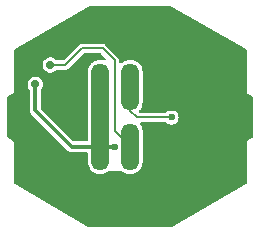
<source format=gbr>
%TF.GenerationSoftware,KiCad,Pcbnew,8.0.4*%
%TF.CreationDate,2024-10-23T12:58:23+11:00*%
%TF.ProjectId,Micron_Logo_LED,4d696372-6f6e-45f4-9c6f-676f5f4c4544,rev?*%
%TF.SameCoordinates,Original*%
%TF.FileFunction,Copper,L2,Bot*%
%TF.FilePolarity,Positive*%
%FSLAX46Y46*%
G04 Gerber Fmt 4.6, Leading zero omitted, Abs format (unit mm)*
G04 Created by KiCad (PCBNEW 8.0.4) date 2024-10-23 12:58:23*
%MOMM*%
%LPD*%
G01*
G04 APERTURE LIST*
G04 Aperture macros list*
%AMRoundRect*
0 Rectangle with rounded corners*
0 $1 Rounding radius*
0 $2 $3 $4 $5 $6 $7 $8 $9 X,Y pos of 4 corners*
0 Add a 4 corners polygon primitive as box body*
4,1,4,$2,$3,$4,$5,$6,$7,$8,$9,$2,$3,0*
0 Add four circle primitives for the rounded corners*
1,1,$1+$1,$2,$3*
1,1,$1+$1,$4,$5*
1,1,$1+$1,$6,$7*
1,1,$1+$1,$8,$9*
0 Add four rect primitives between the rounded corners*
20,1,$1+$1,$2,$3,$4,$5,0*
20,1,$1+$1,$4,$5,$6,$7,0*
20,1,$1+$1,$6,$7,$8,$9,0*
20,1,$1+$1,$8,$9,$2,$3,0*%
G04 Aperture macros list end*
%TA.AperFunction,SMDPad,CuDef*%
%ADD10RoundRect,0.750000X-0.000010X1.250000X-0.000010X-1.250000X0.000010X-1.250000X0.000010X1.250000X0*%
%TD*%
%TA.AperFunction,ViaPad*%
%ADD11C,0.600000*%
%TD*%
%TA.AperFunction,ViaPad*%
%ADD12C,0.700000*%
%TD*%
%TA.AperFunction,Conductor*%
%ADD13C,0.300000*%
%TD*%
%TA.AperFunction,Conductor*%
%ADD14C,1.500000*%
%TD*%
%TA.AperFunction,Conductor*%
%ADD15C,0.200000*%
%TD*%
G04 APERTURE END LIST*
D10*
%TO.P,J1,1,Pin_1*%
%TO.N,+5V*%
X149664000Y-98763000D03*
%TO.P,J1,2,Pin_2*%
%TO.N,DOUT*%
X152204000Y-98763000D03*
%TO.P,J1,3,Pin_3*%
%TO.N,GND*%
X154744000Y-98763000D03*
%TO.P,J1,4,Pin_4*%
X154744000Y-103813000D03*
%TO.P,J1,5,Pin_5*%
%TO.N,DIN*%
X152204000Y-103813000D03*
%TO.P,J1,6,Pin_6*%
%TO.N,+5V*%
X149664000Y-103813000D03*
%TD*%
D11*
%TO.N,+5V*%
X150954001Y-103831435D03*
D12*
X144170400Y-98552000D03*
%TO.N,GND*%
X147320000Y-94488000D03*
X151223707Y-106619927D03*
X154432000Y-92964000D03*
X144272000Y-104902000D03*
X159258000Y-104394000D03*
X146812000Y-107696000D03*
X160782000Y-100584000D03*
X147574000Y-99441000D03*
X156718000Y-99568000D03*
X143764000Y-102108000D03*
X149860000Y-109220000D03*
X156108400Y-104114600D03*
X157226000Y-107950000D03*
X143002000Y-99060000D03*
D11*
X147574000Y-102108000D03*
D12*
X154432000Y-109474000D03*
X157480000Y-94742000D03*
X149860000Y-92964000D03*
D11*
%TO.N,DOUT*%
X155702000Y-101346000D03*
D12*
%TO.N,DIN*%
X145437267Y-96898769D03*
%TD*%
D13*
%TO.N,+5V*%
X144170400Y-100736400D02*
X147247000Y-103813000D01*
D14*
X149664000Y-98763000D02*
X149664000Y-103813000D01*
D13*
X144170400Y-98552000D02*
X144170400Y-100736400D01*
X150954001Y-103831435D02*
X150935566Y-103813000D01*
X147247000Y-103813000D02*
X149664000Y-103813000D01*
X150935566Y-103813000D02*
X149664000Y-103813000D01*
D15*
%TO.N,DOUT*%
X155702000Y-101346000D02*
X152787001Y-101346000D01*
X152204000Y-100762999D02*
X152204000Y-98763000D01*
X152787001Y-101346000D02*
X152204000Y-100762999D01*
%TO.N,DIN*%
X145437267Y-96898769D02*
X146687231Y-96898769D01*
X148082000Y-95504000D02*
X149860000Y-95504000D01*
X149860000Y-95504000D02*
X150876000Y-96520000D01*
X150876000Y-96520000D02*
X150876000Y-102485000D01*
X150876000Y-102485000D02*
X152204000Y-103813000D01*
X146687231Y-96898769D02*
X148082000Y-95504000D01*
%TD*%
%TA.AperFunction,Conductor*%
%TO.N,GND*%
G36*
X155737965Y-91955112D02*
G01*
X161385247Y-95215573D01*
X161991500Y-95565593D01*
X162039716Y-95616160D01*
X162053500Y-95672980D01*
X162053500Y-98954739D01*
X162053500Y-99060193D01*
X162080793Y-99162053D01*
X162133520Y-99253379D01*
X162208087Y-99327946D01*
X162541500Y-99520441D01*
X162589715Y-99571008D01*
X162603500Y-99627828D01*
X162603500Y-102948170D01*
X162583815Y-103015209D01*
X162541500Y-103055557D01*
X162210969Y-103246389D01*
X162210967Y-103246391D01*
X162208588Y-103247764D01*
X162208085Y-103248055D01*
X162133520Y-103322621D01*
X162080794Y-103413944D01*
X162080793Y-103413947D01*
X162053500Y-103515807D01*
X162053500Y-106903018D01*
X162033815Y-106970057D01*
X161991500Y-107010405D01*
X155737966Y-110620887D01*
X155675966Y-110637500D01*
X148732034Y-110637500D01*
X148670034Y-110620887D01*
X142416500Y-107010405D01*
X142368284Y-106959838D01*
X142354500Y-106903018D01*
X142354500Y-103515809D01*
X142354500Y-103515807D01*
X142327207Y-103413947D01*
X142274480Y-103322621D01*
X142199913Y-103248054D01*
X142197033Y-103246391D01*
X142197030Y-103246389D01*
X141866500Y-103055557D01*
X141818284Y-103004990D01*
X141804500Y-102948170D01*
X141804500Y-99627828D01*
X141824185Y-99560789D01*
X141866498Y-99520442D01*
X142199913Y-99327946D01*
X142274480Y-99253379D01*
X142327207Y-99162053D01*
X142354500Y-99060193D01*
X142354500Y-98551999D01*
X143515122Y-98551999D01*
X143515122Y-98552000D01*
X143534162Y-98708818D01*
X143590180Y-98856523D01*
X143590181Y-98856524D01*
X143679918Y-98986532D01*
X143684891Y-98992145D01*
X143683444Y-98993426D01*
X143715250Y-99044120D01*
X143719900Y-99077759D01*
X143719900Y-100795708D01*
X143744112Y-100886072D01*
X143750600Y-100910285D01*
X143750600Y-100910286D01*
X143750601Y-100910287D01*
X143809911Y-101013014D01*
X146970386Y-104173489D01*
X147002317Y-104191924D01*
X147073114Y-104232799D01*
X147187691Y-104263500D01*
X148489500Y-104263500D01*
X148556539Y-104283185D01*
X148602294Y-104335989D01*
X148613500Y-104387500D01*
X148613500Y-105114604D01*
X148628699Y-105268932D01*
X148628700Y-105268934D01*
X148688768Y-105466954D01*
X148786315Y-105649450D01*
X148815853Y-105685442D01*
X148843166Y-105749751D01*
X148844000Y-105764107D01*
X148844000Y-105918000D01*
X149005984Y-105918000D01*
X149073023Y-105937685D01*
X149074877Y-105938900D01*
X149077548Y-105940685D01*
X149260041Y-106038230D01*
X149260043Y-106038230D01*
X149260046Y-106038232D01*
X149458066Y-106098300D01*
X149458065Y-106098300D01*
X149496647Y-106102100D01*
X149612392Y-106113500D01*
X149612395Y-106113500D01*
X149715605Y-106113500D01*
X149715608Y-106113500D01*
X149869934Y-106098300D01*
X150067954Y-106038232D01*
X150067958Y-106038230D01*
X150250451Y-105940685D01*
X150253123Y-105938900D01*
X150254736Y-105938394D01*
X150255823Y-105937814D01*
X150255933Y-105938019D01*
X150319799Y-105918020D01*
X150322016Y-105918000D01*
X151545984Y-105918000D01*
X151613023Y-105937685D01*
X151614877Y-105938900D01*
X151617548Y-105940685D01*
X151800041Y-106038230D01*
X151800043Y-106038230D01*
X151800046Y-106038232D01*
X151998066Y-106098300D01*
X151998065Y-106098300D01*
X152036647Y-106102100D01*
X152152392Y-106113500D01*
X152152395Y-106113500D01*
X152255605Y-106113500D01*
X152255608Y-106113500D01*
X152409934Y-106098300D01*
X152607954Y-106038232D01*
X152607958Y-106038230D01*
X152790451Y-105940685D01*
X152793123Y-105938900D01*
X152794736Y-105938394D01*
X152795823Y-105937814D01*
X152795933Y-105938019D01*
X152859799Y-105918020D01*
X152862016Y-105918000D01*
X152908000Y-105918000D01*
X152908000Y-105902863D01*
X152927685Y-105835824D01*
X152946770Y-105814387D01*
X152946102Y-105813719D01*
X152950407Y-105809413D01*
X152950408Y-105809411D01*
X152950410Y-105809410D01*
X153081685Y-105649450D01*
X153179232Y-105466954D01*
X153239300Y-105268934D01*
X153254500Y-105114608D01*
X153254500Y-102511392D01*
X153239300Y-102357066D01*
X153179232Y-102159046D01*
X153081685Y-101976550D01*
X153061276Y-101951682D01*
X153059211Y-101949165D01*
X153031898Y-101884855D01*
X153043689Y-101815988D01*
X153090841Y-101764427D01*
X153155064Y-101746500D01*
X155195420Y-101746500D01*
X155262459Y-101766185D01*
X155270907Y-101772124D01*
X155273716Y-101774279D01*
X155273718Y-101774282D01*
X155399159Y-101870536D01*
X155545238Y-101931044D01*
X155623619Y-101941363D01*
X155701999Y-101951682D01*
X155702000Y-101951682D01*
X155702001Y-101951682D01*
X155754254Y-101944802D01*
X155858762Y-101931044D01*
X156004841Y-101870536D01*
X156130282Y-101774282D01*
X156226536Y-101648841D01*
X156287044Y-101502762D01*
X156307682Y-101346000D01*
X156287044Y-101189238D01*
X156226536Y-101043159D01*
X156130282Y-100917718D01*
X156004841Y-100821464D01*
X155962324Y-100803853D01*
X155858762Y-100760956D01*
X155858760Y-100760955D01*
X155702001Y-100740318D01*
X155701999Y-100740318D01*
X155545239Y-100760955D01*
X155545237Y-100760956D01*
X155399160Y-100821463D01*
X155399159Y-100821464D01*
X155273718Y-100917718D01*
X155273716Y-100917720D01*
X155270907Y-100919876D01*
X155205737Y-100945070D01*
X155195420Y-100945500D01*
X153059866Y-100945500D01*
X152992827Y-100925815D01*
X152947072Y-100873011D01*
X152937128Y-100803853D01*
X152964013Y-100742835D01*
X153008733Y-100688342D01*
X153081685Y-100599450D01*
X153179232Y-100416954D01*
X153239300Y-100218934D01*
X153254500Y-100064608D01*
X153254500Y-97461392D01*
X153239300Y-97307066D01*
X153179232Y-97109046D01*
X153081685Y-96926550D01*
X153024000Y-96856260D01*
X152950410Y-96766589D01*
X152790452Y-96635317D01*
X152790453Y-96635317D01*
X152790450Y-96635315D01*
X152607954Y-96537768D01*
X152409934Y-96477700D01*
X152409932Y-96477699D01*
X152409934Y-96477699D01*
X152290805Y-96465966D01*
X152255608Y-96462500D01*
X152152392Y-96462500D01*
X152114298Y-96466251D01*
X151998067Y-96477699D01*
X151800043Y-96537769D01*
X151617546Y-96635317D01*
X151482858Y-96745853D01*
X151418548Y-96773166D01*
X151404193Y-96774000D01*
X151400500Y-96774000D01*
X151333461Y-96754315D01*
X151287706Y-96701511D01*
X151276500Y-96650000D01*
X151276500Y-96467275D01*
X151276500Y-96467273D01*
X151249207Y-96365413D01*
X151249207Y-96365412D01*
X151196480Y-96274087D01*
X150105913Y-95183520D01*
X150060250Y-95157156D01*
X150014589Y-95130793D01*
X149963657Y-95117146D01*
X149912727Y-95103500D01*
X148134727Y-95103500D01*
X148029273Y-95103500D01*
X147927410Y-95130793D01*
X147836087Y-95183520D01*
X147836084Y-95183522D01*
X146557657Y-96461950D01*
X146496334Y-96495435D01*
X146469976Y-96498269D01*
X146013189Y-96498269D01*
X145946150Y-96478584D01*
X145930962Y-96467085D01*
X145927750Y-96464240D01*
X145927750Y-96464239D01*
X145809507Y-96359486D01*
X145809505Y-96359485D01*
X145809504Y-96359484D01*
X145669632Y-96286072D01*
X145516253Y-96248269D01*
X145516252Y-96248269D01*
X145358282Y-96248269D01*
X145358281Y-96248269D01*
X145204901Y-96286072D01*
X145065029Y-96359484D01*
X144946783Y-96464240D01*
X144857048Y-96594244D01*
X144857047Y-96594245D01*
X144801029Y-96741950D01*
X144781989Y-96898768D01*
X144781989Y-96898769D01*
X144801029Y-97055587D01*
X144821303Y-97109043D01*
X144857047Y-97203292D01*
X144946784Y-97333299D01*
X145065027Y-97438052D01*
X145065029Y-97438053D01*
X145204901Y-97511465D01*
X145358281Y-97549269D01*
X145358282Y-97549269D01*
X145516252Y-97549269D01*
X145669632Y-97511465D01*
X145809507Y-97438052D01*
X145927750Y-97333299D01*
X145927750Y-97333297D01*
X145930962Y-97330453D01*
X145994196Y-97300732D01*
X146013189Y-97299269D01*
X146739956Y-97299269D01*
X146739958Y-97299269D01*
X146841819Y-97271976D01*
X146933144Y-97219249D01*
X148211574Y-95940819D01*
X148272897Y-95907334D01*
X148299255Y-95904500D01*
X149642745Y-95904500D01*
X149709784Y-95924185D01*
X149730426Y-95940819D01*
X150090293Y-96300686D01*
X150123778Y-96362009D01*
X150118794Y-96431701D01*
X150076922Y-96487634D01*
X150011458Y-96512051D01*
X149966617Y-96507028D01*
X149872848Y-96478584D01*
X149869934Y-96477700D01*
X149869932Y-96477699D01*
X149869934Y-96477699D01*
X149750805Y-96465966D01*
X149715608Y-96462500D01*
X149612392Y-96462500D01*
X149574298Y-96466251D01*
X149458067Y-96477699D01*
X149260043Y-96537769D01*
X149077546Y-96635317D01*
X148942858Y-96745853D01*
X148878548Y-96773166D01*
X148864193Y-96774000D01*
X148844000Y-96774000D01*
X148844000Y-96811892D01*
X148824315Y-96878931D01*
X148815854Y-96890556D01*
X148786317Y-96926547D01*
X148688769Y-97109043D01*
X148628699Y-97307067D01*
X148613500Y-97461395D01*
X148613500Y-103238500D01*
X148593815Y-103305539D01*
X148541011Y-103351294D01*
X148489500Y-103362500D01*
X147484965Y-103362500D01*
X147417926Y-103342815D01*
X147397284Y-103326181D01*
X144657219Y-100586116D01*
X144623734Y-100524793D01*
X144620900Y-100498435D01*
X144620900Y-99077759D01*
X144640585Y-99010720D01*
X144656246Y-98992444D01*
X144655909Y-98992145D01*
X144660881Y-98986532D01*
X144660881Y-98986531D01*
X144660883Y-98986530D01*
X144750620Y-98856523D01*
X144806637Y-98708818D01*
X144825678Y-98552000D01*
X144806637Y-98395182D01*
X144750620Y-98247477D01*
X144660883Y-98117470D01*
X144542640Y-98012717D01*
X144542638Y-98012716D01*
X144542637Y-98012715D01*
X144402765Y-97939303D01*
X144249386Y-97901500D01*
X144249385Y-97901500D01*
X144091415Y-97901500D01*
X144091414Y-97901500D01*
X143938034Y-97939303D01*
X143798162Y-98012715D01*
X143679916Y-98117471D01*
X143590181Y-98247475D01*
X143590180Y-98247476D01*
X143534162Y-98395181D01*
X143515122Y-98551999D01*
X142354500Y-98551999D01*
X142354500Y-95672980D01*
X142374185Y-95605941D01*
X142416500Y-95565593D01*
X143022753Y-95215573D01*
X148670034Y-91955112D01*
X148732034Y-91938500D01*
X155675966Y-91938500D01*
X155737965Y-91955112D01*
G37*
%TD.AperFunction*%
%TD*%
M02*

</source>
